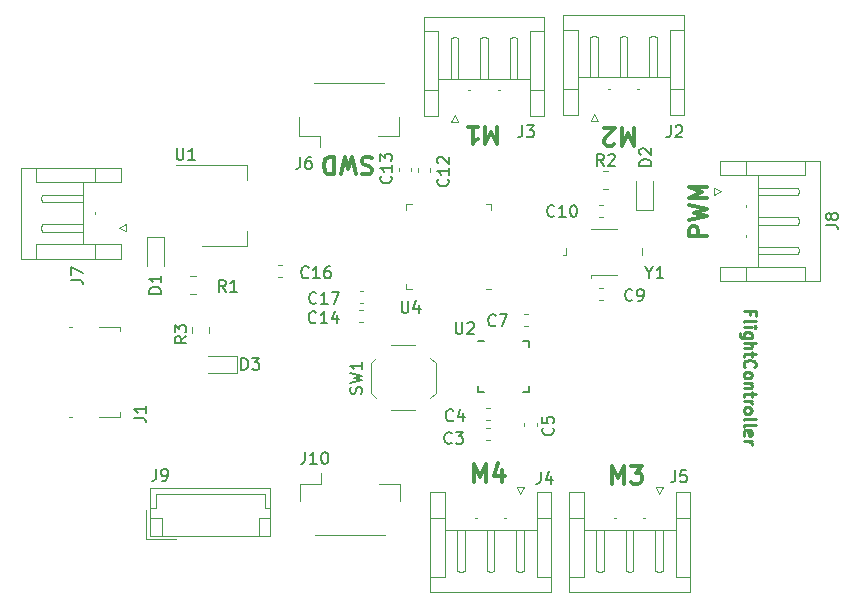
<source format=gbr>
%TF.GenerationSoftware,KiCad,Pcbnew,7.0.9*%
%TF.CreationDate,2025-06-07T20:57:36+05:30*%
%TF.ProjectId,flight_computer_rocketry,666c6967-6874-45f6-936f-6d7075746572,rev?*%
%TF.SameCoordinates,Original*%
%TF.FileFunction,Legend,Top*%
%TF.FilePolarity,Positive*%
%FSLAX46Y46*%
G04 Gerber Fmt 4.6, Leading zero omitted, Abs format (unit mm)*
G04 Created by KiCad (PCBNEW 7.0.9) date 2025-06-07 20:57:36*
%MOMM*%
%LPD*%
G01*
G04 APERTURE LIST*
%ADD10C,0.300000*%
%ADD11C,0.250000*%
%ADD12C,0.150000*%
%ADD13C,0.120000*%
G04 APERTURE END LIST*
D10*
X147374828Y-70565489D02*
X145874828Y-70565489D01*
X145874828Y-70565489D02*
X145874828Y-69994060D01*
X145874828Y-69994060D02*
X145946257Y-69851203D01*
X145946257Y-69851203D02*
X146017685Y-69779774D01*
X146017685Y-69779774D02*
X146160542Y-69708346D01*
X146160542Y-69708346D02*
X146374828Y-69708346D01*
X146374828Y-69708346D02*
X146517685Y-69779774D01*
X146517685Y-69779774D02*
X146589114Y-69851203D01*
X146589114Y-69851203D02*
X146660542Y-69994060D01*
X146660542Y-69994060D02*
X146660542Y-70565489D01*
X145874828Y-69208346D02*
X147374828Y-68851203D01*
X147374828Y-68851203D02*
X146303400Y-68565489D01*
X146303400Y-68565489D02*
X147374828Y-68279774D01*
X147374828Y-68279774D02*
X145874828Y-67922632D01*
X147374828Y-67351203D02*
X145874828Y-67351203D01*
X145874828Y-67351203D02*
X146946257Y-66851203D01*
X146946257Y-66851203D02*
X145874828Y-66351203D01*
X145874828Y-66351203D02*
X147374828Y-66351203D01*
X127681510Y-91367828D02*
X127681510Y-89867828D01*
X127681510Y-89867828D02*
X128181510Y-90939257D01*
X128181510Y-90939257D02*
X128681510Y-89867828D01*
X128681510Y-89867828D02*
X128681510Y-91367828D01*
X130038654Y-90367828D02*
X130038654Y-91367828D01*
X129681511Y-89796400D02*
X129324368Y-90867828D01*
X129324368Y-90867828D02*
X130252939Y-90867828D01*
X129620489Y-61286171D02*
X129620489Y-62786171D01*
X129620489Y-62786171D02*
X129120489Y-61714742D01*
X129120489Y-61714742D02*
X128620489Y-62786171D01*
X128620489Y-62786171D02*
X128620489Y-61286171D01*
X127120488Y-61286171D02*
X127977631Y-61286171D01*
X127549060Y-61286171D02*
X127549060Y-62786171D01*
X127549060Y-62786171D02*
X127691917Y-62571885D01*
X127691917Y-62571885D02*
X127834774Y-62429028D01*
X127834774Y-62429028D02*
X127977631Y-62357600D01*
D11*
X151027190Y-77189901D02*
X151027190Y-76856568D01*
X150503380Y-76856568D02*
X151503380Y-76856568D01*
X151503380Y-76856568D02*
X151503380Y-77332758D01*
X150503380Y-77856568D02*
X150551000Y-77761330D01*
X150551000Y-77761330D02*
X150646238Y-77713711D01*
X150646238Y-77713711D02*
X151503380Y-77713711D01*
X150503380Y-78237521D02*
X151170047Y-78237521D01*
X151503380Y-78237521D02*
X151455761Y-78189902D01*
X151455761Y-78189902D02*
X151408142Y-78237521D01*
X151408142Y-78237521D02*
X151455761Y-78285140D01*
X151455761Y-78285140D02*
X151503380Y-78237521D01*
X151503380Y-78237521D02*
X151408142Y-78237521D01*
X151170047Y-79142282D02*
X150360523Y-79142282D01*
X150360523Y-79142282D02*
X150265285Y-79094663D01*
X150265285Y-79094663D02*
X150217666Y-79047044D01*
X150217666Y-79047044D02*
X150170047Y-78951806D01*
X150170047Y-78951806D02*
X150170047Y-78808949D01*
X150170047Y-78808949D02*
X150217666Y-78713711D01*
X150551000Y-79142282D02*
X150503380Y-79047044D01*
X150503380Y-79047044D02*
X150503380Y-78856568D01*
X150503380Y-78856568D02*
X150551000Y-78761330D01*
X150551000Y-78761330D02*
X150598619Y-78713711D01*
X150598619Y-78713711D02*
X150693857Y-78666092D01*
X150693857Y-78666092D02*
X150979571Y-78666092D01*
X150979571Y-78666092D02*
X151074809Y-78713711D01*
X151074809Y-78713711D02*
X151122428Y-78761330D01*
X151122428Y-78761330D02*
X151170047Y-78856568D01*
X151170047Y-78856568D02*
X151170047Y-79047044D01*
X151170047Y-79047044D02*
X151122428Y-79142282D01*
X150503380Y-79618473D02*
X151503380Y-79618473D01*
X150503380Y-80047044D02*
X151027190Y-80047044D01*
X151027190Y-80047044D02*
X151122428Y-79999425D01*
X151122428Y-79999425D02*
X151170047Y-79904187D01*
X151170047Y-79904187D02*
X151170047Y-79761330D01*
X151170047Y-79761330D02*
X151122428Y-79666092D01*
X151122428Y-79666092D02*
X151074809Y-79618473D01*
X151170047Y-80380378D02*
X151170047Y-80761330D01*
X151503380Y-80523235D02*
X150646238Y-80523235D01*
X150646238Y-80523235D02*
X150551000Y-80570854D01*
X150551000Y-80570854D02*
X150503380Y-80666092D01*
X150503380Y-80666092D02*
X150503380Y-80761330D01*
X150598619Y-81666092D02*
X150551000Y-81618473D01*
X150551000Y-81618473D02*
X150503380Y-81475616D01*
X150503380Y-81475616D02*
X150503380Y-81380378D01*
X150503380Y-81380378D02*
X150551000Y-81237521D01*
X150551000Y-81237521D02*
X150646238Y-81142283D01*
X150646238Y-81142283D02*
X150741476Y-81094664D01*
X150741476Y-81094664D02*
X150931952Y-81047045D01*
X150931952Y-81047045D02*
X151074809Y-81047045D01*
X151074809Y-81047045D02*
X151265285Y-81094664D01*
X151265285Y-81094664D02*
X151360523Y-81142283D01*
X151360523Y-81142283D02*
X151455761Y-81237521D01*
X151455761Y-81237521D02*
X151503380Y-81380378D01*
X151503380Y-81380378D02*
X151503380Y-81475616D01*
X151503380Y-81475616D02*
X151455761Y-81618473D01*
X151455761Y-81618473D02*
X151408142Y-81666092D01*
X150503380Y-82237521D02*
X150551000Y-82142283D01*
X150551000Y-82142283D02*
X150598619Y-82094664D01*
X150598619Y-82094664D02*
X150693857Y-82047045D01*
X150693857Y-82047045D02*
X150979571Y-82047045D01*
X150979571Y-82047045D02*
X151074809Y-82094664D01*
X151074809Y-82094664D02*
X151122428Y-82142283D01*
X151122428Y-82142283D02*
X151170047Y-82237521D01*
X151170047Y-82237521D02*
X151170047Y-82380378D01*
X151170047Y-82380378D02*
X151122428Y-82475616D01*
X151122428Y-82475616D02*
X151074809Y-82523235D01*
X151074809Y-82523235D02*
X150979571Y-82570854D01*
X150979571Y-82570854D02*
X150693857Y-82570854D01*
X150693857Y-82570854D02*
X150598619Y-82523235D01*
X150598619Y-82523235D02*
X150551000Y-82475616D01*
X150551000Y-82475616D02*
X150503380Y-82380378D01*
X150503380Y-82380378D02*
X150503380Y-82237521D01*
X151170047Y-82999426D02*
X150503380Y-82999426D01*
X151074809Y-82999426D02*
X151122428Y-83047045D01*
X151122428Y-83047045D02*
X151170047Y-83142283D01*
X151170047Y-83142283D02*
X151170047Y-83285140D01*
X151170047Y-83285140D02*
X151122428Y-83380378D01*
X151122428Y-83380378D02*
X151027190Y-83427997D01*
X151027190Y-83427997D02*
X150503380Y-83427997D01*
X151170047Y-83761331D02*
X151170047Y-84142283D01*
X151503380Y-83904188D02*
X150646238Y-83904188D01*
X150646238Y-83904188D02*
X150551000Y-83951807D01*
X150551000Y-83951807D02*
X150503380Y-84047045D01*
X150503380Y-84047045D02*
X150503380Y-84142283D01*
X150503380Y-84475617D02*
X151170047Y-84475617D01*
X150979571Y-84475617D02*
X151074809Y-84523236D01*
X151074809Y-84523236D02*
X151122428Y-84570855D01*
X151122428Y-84570855D02*
X151170047Y-84666093D01*
X151170047Y-84666093D02*
X151170047Y-84761331D01*
X150503380Y-85237522D02*
X150551000Y-85142284D01*
X150551000Y-85142284D02*
X150598619Y-85094665D01*
X150598619Y-85094665D02*
X150693857Y-85047046D01*
X150693857Y-85047046D02*
X150979571Y-85047046D01*
X150979571Y-85047046D02*
X151074809Y-85094665D01*
X151074809Y-85094665D02*
X151122428Y-85142284D01*
X151122428Y-85142284D02*
X151170047Y-85237522D01*
X151170047Y-85237522D02*
X151170047Y-85380379D01*
X151170047Y-85380379D02*
X151122428Y-85475617D01*
X151122428Y-85475617D02*
X151074809Y-85523236D01*
X151074809Y-85523236D02*
X150979571Y-85570855D01*
X150979571Y-85570855D02*
X150693857Y-85570855D01*
X150693857Y-85570855D02*
X150598619Y-85523236D01*
X150598619Y-85523236D02*
X150551000Y-85475617D01*
X150551000Y-85475617D02*
X150503380Y-85380379D01*
X150503380Y-85380379D02*
X150503380Y-85237522D01*
X150503380Y-86142284D02*
X150551000Y-86047046D01*
X150551000Y-86047046D02*
X150646238Y-85999427D01*
X150646238Y-85999427D02*
X151503380Y-85999427D01*
X150503380Y-86666094D02*
X150551000Y-86570856D01*
X150551000Y-86570856D02*
X150646238Y-86523237D01*
X150646238Y-86523237D02*
X151503380Y-86523237D01*
X150551000Y-87427999D02*
X150503380Y-87332761D01*
X150503380Y-87332761D02*
X150503380Y-87142285D01*
X150503380Y-87142285D02*
X150551000Y-87047047D01*
X150551000Y-87047047D02*
X150646238Y-86999428D01*
X150646238Y-86999428D02*
X151027190Y-86999428D01*
X151027190Y-86999428D02*
X151122428Y-87047047D01*
X151122428Y-87047047D02*
X151170047Y-87142285D01*
X151170047Y-87142285D02*
X151170047Y-87332761D01*
X151170047Y-87332761D02*
X151122428Y-87427999D01*
X151122428Y-87427999D02*
X151027190Y-87475618D01*
X151027190Y-87475618D02*
X150931952Y-87475618D01*
X150931952Y-87475618D02*
X150836714Y-86999428D01*
X150503380Y-87904190D02*
X151170047Y-87904190D01*
X150979571Y-87904190D02*
X151074809Y-87951809D01*
X151074809Y-87951809D02*
X151122428Y-87999428D01*
X151122428Y-87999428D02*
X151170047Y-88094666D01*
X151170047Y-88094666D02*
X151170047Y-88189904D01*
D10*
X141177489Y-61413171D02*
X141177489Y-62913171D01*
X141177489Y-62913171D02*
X140677489Y-61841742D01*
X140677489Y-61841742D02*
X140177489Y-62913171D01*
X140177489Y-62913171D02*
X140177489Y-61413171D01*
X139534631Y-62770314D02*
X139463203Y-62841742D01*
X139463203Y-62841742D02*
X139320346Y-62913171D01*
X139320346Y-62913171D02*
X138963203Y-62913171D01*
X138963203Y-62913171D02*
X138820346Y-62841742D01*
X138820346Y-62841742D02*
X138748917Y-62770314D01*
X138748917Y-62770314D02*
X138677488Y-62627457D01*
X138677488Y-62627457D02*
X138677488Y-62484600D01*
X138677488Y-62484600D02*
X138748917Y-62270314D01*
X138748917Y-62270314D02*
X139606060Y-61413171D01*
X139606060Y-61413171D02*
X138677488Y-61413171D01*
X139365510Y-91494828D02*
X139365510Y-89994828D01*
X139365510Y-89994828D02*
X139865510Y-91066257D01*
X139865510Y-91066257D02*
X140365510Y-89994828D01*
X140365510Y-89994828D02*
X140365510Y-91494828D01*
X140936939Y-89994828D02*
X141865511Y-89994828D01*
X141865511Y-89994828D02*
X141365511Y-90566257D01*
X141365511Y-90566257D02*
X141579796Y-90566257D01*
X141579796Y-90566257D02*
X141722654Y-90637685D01*
X141722654Y-90637685D02*
X141794082Y-90709114D01*
X141794082Y-90709114D02*
X141865511Y-90851971D01*
X141865511Y-90851971D02*
X141865511Y-91209114D01*
X141865511Y-91209114D02*
X141794082Y-91351971D01*
X141794082Y-91351971D02*
X141722654Y-91423400D01*
X141722654Y-91423400D02*
X141579796Y-91494828D01*
X141579796Y-91494828D02*
X141151225Y-91494828D01*
X141151225Y-91494828D02*
X141008368Y-91423400D01*
X141008368Y-91423400D02*
X140936939Y-91351971D01*
X119023917Y-63897600D02*
X118809632Y-63826171D01*
X118809632Y-63826171D02*
X118452489Y-63826171D01*
X118452489Y-63826171D02*
X118309632Y-63897600D01*
X118309632Y-63897600D02*
X118238203Y-63969028D01*
X118238203Y-63969028D02*
X118166774Y-64111885D01*
X118166774Y-64111885D02*
X118166774Y-64254742D01*
X118166774Y-64254742D02*
X118238203Y-64397600D01*
X118238203Y-64397600D02*
X118309632Y-64469028D01*
X118309632Y-64469028D02*
X118452489Y-64540457D01*
X118452489Y-64540457D02*
X118738203Y-64611885D01*
X118738203Y-64611885D02*
X118881060Y-64683314D01*
X118881060Y-64683314D02*
X118952489Y-64754742D01*
X118952489Y-64754742D02*
X119023917Y-64897600D01*
X119023917Y-64897600D02*
X119023917Y-65040457D01*
X119023917Y-65040457D02*
X118952489Y-65183314D01*
X118952489Y-65183314D02*
X118881060Y-65254742D01*
X118881060Y-65254742D02*
X118738203Y-65326171D01*
X118738203Y-65326171D02*
X118381060Y-65326171D01*
X118381060Y-65326171D02*
X118166774Y-65254742D01*
X117666775Y-65326171D02*
X117309632Y-63826171D01*
X117309632Y-63826171D02*
X117023918Y-64897600D01*
X117023918Y-64897600D02*
X116738203Y-63826171D01*
X116738203Y-63826171D02*
X116381061Y-65326171D01*
X115809632Y-63826171D02*
X115809632Y-65326171D01*
X115809632Y-65326171D02*
X115452489Y-65326171D01*
X115452489Y-65326171D02*
X115238203Y-65254742D01*
X115238203Y-65254742D02*
X115095346Y-65111885D01*
X115095346Y-65111885D02*
X115023917Y-64969028D01*
X115023917Y-64969028D02*
X114952489Y-64683314D01*
X114952489Y-64683314D02*
X114952489Y-64469028D01*
X114952489Y-64469028D02*
X115023917Y-64183314D01*
X115023917Y-64183314D02*
X115095346Y-64040457D01*
X115095346Y-64040457D02*
X115238203Y-63897600D01*
X115238203Y-63897600D02*
X115452489Y-63826171D01*
X115452489Y-63826171D02*
X115809632Y-63826171D01*
D12*
X114292142Y-77829580D02*
X114244523Y-77877200D01*
X114244523Y-77877200D02*
X114101666Y-77924819D01*
X114101666Y-77924819D02*
X114006428Y-77924819D01*
X114006428Y-77924819D02*
X113863571Y-77877200D01*
X113863571Y-77877200D02*
X113768333Y-77781961D01*
X113768333Y-77781961D02*
X113720714Y-77686723D01*
X113720714Y-77686723D02*
X113673095Y-77496247D01*
X113673095Y-77496247D02*
X113673095Y-77353390D01*
X113673095Y-77353390D02*
X113720714Y-77162914D01*
X113720714Y-77162914D02*
X113768333Y-77067676D01*
X113768333Y-77067676D02*
X113863571Y-76972438D01*
X113863571Y-76972438D02*
X114006428Y-76924819D01*
X114006428Y-76924819D02*
X114101666Y-76924819D01*
X114101666Y-76924819D02*
X114244523Y-76972438D01*
X114244523Y-76972438D02*
X114292142Y-77020057D01*
X115244523Y-77924819D02*
X114673095Y-77924819D01*
X114958809Y-77924819D02*
X114958809Y-76924819D01*
X114958809Y-76924819D02*
X114863571Y-77067676D01*
X114863571Y-77067676D02*
X114768333Y-77162914D01*
X114768333Y-77162914D02*
X114673095Y-77210533D01*
X116101666Y-77258152D02*
X116101666Y-77924819D01*
X115863571Y-76877200D02*
X115625476Y-77591485D01*
X115625476Y-77591485D02*
X116244523Y-77591485D01*
X142678819Y-64619094D02*
X141678819Y-64619094D01*
X141678819Y-64619094D02*
X141678819Y-64380999D01*
X141678819Y-64380999D02*
X141726438Y-64238142D01*
X141726438Y-64238142D02*
X141821676Y-64142904D01*
X141821676Y-64142904D02*
X141916914Y-64095285D01*
X141916914Y-64095285D02*
X142107390Y-64047666D01*
X142107390Y-64047666D02*
X142250247Y-64047666D01*
X142250247Y-64047666D02*
X142440723Y-64095285D01*
X142440723Y-64095285D02*
X142535961Y-64142904D01*
X142535961Y-64142904D02*
X142631200Y-64238142D01*
X142631200Y-64238142D02*
X142678819Y-64380999D01*
X142678819Y-64380999D02*
X142678819Y-64619094D01*
X141774057Y-63666713D02*
X141726438Y-63619094D01*
X141726438Y-63619094D02*
X141678819Y-63523856D01*
X141678819Y-63523856D02*
X141678819Y-63285761D01*
X141678819Y-63285761D02*
X141726438Y-63190523D01*
X141726438Y-63190523D02*
X141774057Y-63142904D01*
X141774057Y-63142904D02*
X141869295Y-63095285D01*
X141869295Y-63095285D02*
X141964533Y-63095285D01*
X141964533Y-63095285D02*
X142107390Y-63142904D01*
X142107390Y-63142904D02*
X142678819Y-63714332D01*
X142678819Y-63714332D02*
X142678819Y-63095285D01*
X102489095Y-63081819D02*
X102489095Y-63891342D01*
X102489095Y-63891342D02*
X102536714Y-63986580D01*
X102536714Y-63986580D02*
X102584333Y-64034200D01*
X102584333Y-64034200D02*
X102679571Y-64081819D01*
X102679571Y-64081819D02*
X102870047Y-64081819D01*
X102870047Y-64081819D02*
X102965285Y-64034200D01*
X102965285Y-64034200D02*
X103012904Y-63986580D01*
X103012904Y-63986580D02*
X103060523Y-63891342D01*
X103060523Y-63891342D02*
X103060523Y-63081819D01*
X104060523Y-64081819D02*
X103489095Y-64081819D01*
X103774809Y-64081819D02*
X103774809Y-63081819D01*
X103774809Y-63081819D02*
X103679571Y-63224676D01*
X103679571Y-63224676D02*
X103584333Y-63319914D01*
X103584333Y-63319914D02*
X103489095Y-63367533D01*
X125454580Y-65719857D02*
X125502200Y-65767476D01*
X125502200Y-65767476D02*
X125549819Y-65910333D01*
X125549819Y-65910333D02*
X125549819Y-66005571D01*
X125549819Y-66005571D02*
X125502200Y-66148428D01*
X125502200Y-66148428D02*
X125406961Y-66243666D01*
X125406961Y-66243666D02*
X125311723Y-66291285D01*
X125311723Y-66291285D02*
X125121247Y-66338904D01*
X125121247Y-66338904D02*
X124978390Y-66338904D01*
X124978390Y-66338904D02*
X124787914Y-66291285D01*
X124787914Y-66291285D02*
X124692676Y-66243666D01*
X124692676Y-66243666D02*
X124597438Y-66148428D01*
X124597438Y-66148428D02*
X124549819Y-66005571D01*
X124549819Y-66005571D02*
X124549819Y-65910333D01*
X124549819Y-65910333D02*
X124597438Y-65767476D01*
X124597438Y-65767476D02*
X124645057Y-65719857D01*
X125549819Y-64767476D02*
X125549819Y-65338904D01*
X125549819Y-65053190D02*
X124549819Y-65053190D01*
X124549819Y-65053190D02*
X124692676Y-65148428D01*
X124692676Y-65148428D02*
X124787914Y-65243666D01*
X124787914Y-65243666D02*
X124835533Y-65338904D01*
X124645057Y-64386523D02*
X124597438Y-64338904D01*
X124597438Y-64338904D02*
X124549819Y-64243666D01*
X124549819Y-64243666D02*
X124549819Y-64005571D01*
X124549819Y-64005571D02*
X124597438Y-63910333D01*
X124597438Y-63910333D02*
X124645057Y-63862714D01*
X124645057Y-63862714D02*
X124740295Y-63815095D01*
X124740295Y-63815095D02*
X124835533Y-63815095D01*
X124835533Y-63815095D02*
X124978390Y-63862714D01*
X124978390Y-63862714D02*
X125549819Y-64434142D01*
X125549819Y-64434142D02*
X125549819Y-63815095D01*
X138644333Y-64590819D02*
X138311000Y-64114628D01*
X138072905Y-64590819D02*
X138072905Y-63590819D01*
X138072905Y-63590819D02*
X138453857Y-63590819D01*
X138453857Y-63590819D02*
X138549095Y-63638438D01*
X138549095Y-63638438D02*
X138596714Y-63686057D01*
X138596714Y-63686057D02*
X138644333Y-63781295D01*
X138644333Y-63781295D02*
X138644333Y-63924152D01*
X138644333Y-63924152D02*
X138596714Y-64019390D01*
X138596714Y-64019390D02*
X138549095Y-64067009D01*
X138549095Y-64067009D02*
X138453857Y-64114628D01*
X138453857Y-64114628D02*
X138072905Y-64114628D01*
X139025286Y-63686057D02*
X139072905Y-63638438D01*
X139072905Y-63638438D02*
X139168143Y-63590819D01*
X139168143Y-63590819D02*
X139406238Y-63590819D01*
X139406238Y-63590819D02*
X139501476Y-63638438D01*
X139501476Y-63638438D02*
X139549095Y-63686057D01*
X139549095Y-63686057D02*
X139596714Y-63781295D01*
X139596714Y-63781295D02*
X139596714Y-63876533D01*
X139596714Y-63876533D02*
X139549095Y-64019390D01*
X139549095Y-64019390D02*
X138977667Y-64590819D01*
X138977667Y-64590819D02*
X139596714Y-64590819D01*
X125778833Y-88034580D02*
X125731214Y-88082200D01*
X125731214Y-88082200D02*
X125588357Y-88129819D01*
X125588357Y-88129819D02*
X125493119Y-88129819D01*
X125493119Y-88129819D02*
X125350262Y-88082200D01*
X125350262Y-88082200D02*
X125255024Y-87986961D01*
X125255024Y-87986961D02*
X125207405Y-87891723D01*
X125207405Y-87891723D02*
X125159786Y-87701247D01*
X125159786Y-87701247D02*
X125159786Y-87558390D01*
X125159786Y-87558390D02*
X125207405Y-87367914D01*
X125207405Y-87367914D02*
X125255024Y-87272676D01*
X125255024Y-87272676D02*
X125350262Y-87177438D01*
X125350262Y-87177438D02*
X125493119Y-87129819D01*
X125493119Y-87129819D02*
X125588357Y-87129819D01*
X125588357Y-87129819D02*
X125731214Y-87177438D01*
X125731214Y-87177438D02*
X125778833Y-87225057D01*
X126112167Y-87129819D02*
X126731214Y-87129819D01*
X126731214Y-87129819D02*
X126397881Y-87510771D01*
X126397881Y-87510771D02*
X126540738Y-87510771D01*
X126540738Y-87510771D02*
X126635976Y-87558390D01*
X126635976Y-87558390D02*
X126683595Y-87606009D01*
X126683595Y-87606009D02*
X126731214Y-87701247D01*
X126731214Y-87701247D02*
X126731214Y-87939342D01*
X126731214Y-87939342D02*
X126683595Y-88034580D01*
X126683595Y-88034580D02*
X126635976Y-88082200D01*
X126635976Y-88082200D02*
X126540738Y-88129819D01*
X126540738Y-88129819D02*
X126255024Y-88129819D01*
X126255024Y-88129819D02*
X126159786Y-88082200D01*
X126159786Y-88082200D02*
X126112167Y-88034580D01*
X98895819Y-85931333D02*
X99610104Y-85931333D01*
X99610104Y-85931333D02*
X99752961Y-85978952D01*
X99752961Y-85978952D02*
X99848200Y-86074190D01*
X99848200Y-86074190D02*
X99895819Y-86217047D01*
X99895819Y-86217047D02*
X99895819Y-86312285D01*
X99895819Y-84931333D02*
X99895819Y-85502761D01*
X99895819Y-85217047D02*
X98895819Y-85217047D01*
X98895819Y-85217047D02*
X99038676Y-85312285D01*
X99038676Y-85312285D02*
X99133914Y-85407523D01*
X99133914Y-85407523D02*
X99181533Y-85502761D01*
X113363476Y-88819819D02*
X113363476Y-89534104D01*
X113363476Y-89534104D02*
X113315857Y-89676961D01*
X113315857Y-89676961D02*
X113220619Y-89772200D01*
X113220619Y-89772200D02*
X113077762Y-89819819D01*
X113077762Y-89819819D02*
X112982524Y-89819819D01*
X114363476Y-89819819D02*
X113792048Y-89819819D01*
X114077762Y-89819819D02*
X114077762Y-88819819D01*
X114077762Y-88819819D02*
X113982524Y-88962676D01*
X113982524Y-88962676D02*
X113887286Y-89057914D01*
X113887286Y-89057914D02*
X113792048Y-89105533D01*
X114982524Y-88819819D02*
X115077762Y-88819819D01*
X115077762Y-88819819D02*
X115173000Y-88867438D01*
X115173000Y-88867438D02*
X115220619Y-88915057D01*
X115220619Y-88915057D02*
X115268238Y-89010295D01*
X115268238Y-89010295D02*
X115315857Y-89200771D01*
X115315857Y-89200771D02*
X115315857Y-89438866D01*
X115315857Y-89438866D02*
X115268238Y-89629342D01*
X115268238Y-89629342D02*
X115220619Y-89724580D01*
X115220619Y-89724580D02*
X115173000Y-89772200D01*
X115173000Y-89772200D02*
X115077762Y-89819819D01*
X115077762Y-89819819D02*
X114982524Y-89819819D01*
X114982524Y-89819819D02*
X114887286Y-89772200D01*
X114887286Y-89772200D02*
X114839667Y-89724580D01*
X114839667Y-89724580D02*
X114792048Y-89629342D01*
X114792048Y-89629342D02*
X114744429Y-89438866D01*
X114744429Y-89438866D02*
X114744429Y-89200771D01*
X114744429Y-89200771D02*
X114792048Y-89010295D01*
X114792048Y-89010295D02*
X114839667Y-88915057D01*
X114839667Y-88915057D02*
X114887286Y-88867438D01*
X114887286Y-88867438D02*
X114982524Y-88819819D01*
X103324819Y-79033666D02*
X102848628Y-79366999D01*
X103324819Y-79605094D02*
X102324819Y-79605094D01*
X102324819Y-79605094D02*
X102324819Y-79224142D01*
X102324819Y-79224142D02*
X102372438Y-79128904D01*
X102372438Y-79128904D02*
X102420057Y-79081285D01*
X102420057Y-79081285D02*
X102515295Y-79033666D01*
X102515295Y-79033666D02*
X102658152Y-79033666D01*
X102658152Y-79033666D02*
X102753390Y-79081285D01*
X102753390Y-79081285D02*
X102801009Y-79128904D01*
X102801009Y-79128904D02*
X102848628Y-79224142D01*
X102848628Y-79224142D02*
X102848628Y-79605094D01*
X102324819Y-78700332D02*
X102324819Y-78081285D01*
X102324819Y-78081285D02*
X102705771Y-78414618D01*
X102705771Y-78414618D02*
X102705771Y-78271761D01*
X102705771Y-78271761D02*
X102753390Y-78176523D01*
X102753390Y-78176523D02*
X102801009Y-78128904D01*
X102801009Y-78128904D02*
X102896247Y-78081285D01*
X102896247Y-78081285D02*
X103134342Y-78081285D01*
X103134342Y-78081285D02*
X103229580Y-78128904D01*
X103229580Y-78128904D02*
X103277200Y-78176523D01*
X103277200Y-78176523D02*
X103324819Y-78271761D01*
X103324819Y-78271761D02*
X103324819Y-78557475D01*
X103324819Y-78557475D02*
X103277200Y-78652713D01*
X103277200Y-78652713D02*
X103229580Y-78700332D01*
X142509809Y-73638628D02*
X142509809Y-74114819D01*
X142176476Y-73114819D02*
X142509809Y-73638628D01*
X142509809Y-73638628D02*
X142843142Y-73114819D01*
X143700285Y-74114819D02*
X143128857Y-74114819D01*
X143414571Y-74114819D02*
X143414571Y-73114819D01*
X143414571Y-73114819D02*
X143319333Y-73257676D01*
X143319333Y-73257676D02*
X143224095Y-73352914D01*
X143224095Y-73352914D02*
X143128857Y-73400533D01*
X121539095Y-76035819D02*
X121539095Y-76845342D01*
X121539095Y-76845342D02*
X121586714Y-76940580D01*
X121586714Y-76940580D02*
X121634333Y-76988200D01*
X121634333Y-76988200D02*
X121729571Y-77035819D01*
X121729571Y-77035819D02*
X121920047Y-77035819D01*
X121920047Y-77035819D02*
X122015285Y-76988200D01*
X122015285Y-76988200D02*
X122062904Y-76940580D01*
X122062904Y-76940580D02*
X122110523Y-76845342D01*
X122110523Y-76845342D02*
X122110523Y-76035819D01*
X123015285Y-76369152D02*
X123015285Y-77035819D01*
X122777190Y-75988200D02*
X122539095Y-76702485D01*
X122539095Y-76702485D02*
X123158142Y-76702485D01*
X134344580Y-86780666D02*
X134392200Y-86828285D01*
X134392200Y-86828285D02*
X134439819Y-86971142D01*
X134439819Y-86971142D02*
X134439819Y-87066380D01*
X134439819Y-87066380D02*
X134392200Y-87209237D01*
X134392200Y-87209237D02*
X134296961Y-87304475D01*
X134296961Y-87304475D02*
X134201723Y-87352094D01*
X134201723Y-87352094D02*
X134011247Y-87399713D01*
X134011247Y-87399713D02*
X133868390Y-87399713D01*
X133868390Y-87399713D02*
X133677914Y-87352094D01*
X133677914Y-87352094D02*
X133582676Y-87304475D01*
X133582676Y-87304475D02*
X133487438Y-87209237D01*
X133487438Y-87209237D02*
X133439819Y-87066380D01*
X133439819Y-87066380D02*
X133439819Y-86971142D01*
X133439819Y-86971142D02*
X133487438Y-86828285D01*
X133487438Y-86828285D02*
X133535057Y-86780666D01*
X133439819Y-85875904D02*
X133439819Y-86352094D01*
X133439819Y-86352094D02*
X133916009Y-86399713D01*
X133916009Y-86399713D02*
X133868390Y-86352094D01*
X133868390Y-86352094D02*
X133820771Y-86256856D01*
X133820771Y-86256856D02*
X133820771Y-86018761D01*
X133820771Y-86018761D02*
X133868390Y-85923523D01*
X133868390Y-85923523D02*
X133916009Y-85875904D01*
X133916009Y-85875904D02*
X134011247Y-85828285D01*
X134011247Y-85828285D02*
X134249342Y-85828285D01*
X134249342Y-85828285D02*
X134344580Y-85875904D01*
X134344580Y-85875904D02*
X134392200Y-85923523D01*
X134392200Y-85923523D02*
X134439819Y-86018761D01*
X134439819Y-86018761D02*
X134439819Y-86256856D01*
X134439819Y-86256856D02*
X134392200Y-86352094D01*
X134392200Y-86352094D02*
X134344580Y-86399713D01*
X134469142Y-68812580D02*
X134421523Y-68860200D01*
X134421523Y-68860200D02*
X134278666Y-68907819D01*
X134278666Y-68907819D02*
X134183428Y-68907819D01*
X134183428Y-68907819D02*
X134040571Y-68860200D01*
X134040571Y-68860200D02*
X133945333Y-68764961D01*
X133945333Y-68764961D02*
X133897714Y-68669723D01*
X133897714Y-68669723D02*
X133850095Y-68479247D01*
X133850095Y-68479247D02*
X133850095Y-68336390D01*
X133850095Y-68336390D02*
X133897714Y-68145914D01*
X133897714Y-68145914D02*
X133945333Y-68050676D01*
X133945333Y-68050676D02*
X134040571Y-67955438D01*
X134040571Y-67955438D02*
X134183428Y-67907819D01*
X134183428Y-67907819D02*
X134278666Y-67907819D01*
X134278666Y-67907819D02*
X134421523Y-67955438D01*
X134421523Y-67955438D02*
X134469142Y-68003057D01*
X135421523Y-68907819D02*
X134850095Y-68907819D01*
X135135809Y-68907819D02*
X135135809Y-67907819D01*
X135135809Y-67907819D02*
X135040571Y-68050676D01*
X135040571Y-68050676D02*
X134945333Y-68145914D01*
X134945333Y-68145914D02*
X134850095Y-68193533D01*
X136040571Y-67907819D02*
X136135809Y-67907819D01*
X136135809Y-67907819D02*
X136231047Y-67955438D01*
X136231047Y-67955438D02*
X136278666Y-68003057D01*
X136278666Y-68003057D02*
X136326285Y-68098295D01*
X136326285Y-68098295D02*
X136373904Y-68288771D01*
X136373904Y-68288771D02*
X136373904Y-68526866D01*
X136373904Y-68526866D02*
X136326285Y-68717342D01*
X136326285Y-68717342D02*
X136278666Y-68812580D01*
X136278666Y-68812580D02*
X136231047Y-68860200D01*
X136231047Y-68860200D02*
X136135809Y-68907819D01*
X136135809Y-68907819D02*
X136040571Y-68907819D01*
X136040571Y-68907819D02*
X135945333Y-68860200D01*
X135945333Y-68860200D02*
X135897714Y-68812580D01*
X135897714Y-68812580D02*
X135850095Y-68717342D01*
X135850095Y-68717342D02*
X135802476Y-68526866D01*
X135802476Y-68526866D02*
X135802476Y-68288771D01*
X135802476Y-68288771D02*
X135850095Y-68098295D01*
X135850095Y-68098295D02*
X135897714Y-68003057D01*
X135897714Y-68003057D02*
X135945333Y-67955438D01*
X135945333Y-67955438D02*
X136040571Y-67907819D01*
X125905833Y-86129580D02*
X125858214Y-86177200D01*
X125858214Y-86177200D02*
X125715357Y-86224819D01*
X125715357Y-86224819D02*
X125620119Y-86224819D01*
X125620119Y-86224819D02*
X125477262Y-86177200D01*
X125477262Y-86177200D02*
X125382024Y-86081961D01*
X125382024Y-86081961D02*
X125334405Y-85986723D01*
X125334405Y-85986723D02*
X125286786Y-85796247D01*
X125286786Y-85796247D02*
X125286786Y-85653390D01*
X125286786Y-85653390D02*
X125334405Y-85462914D01*
X125334405Y-85462914D02*
X125382024Y-85367676D01*
X125382024Y-85367676D02*
X125477262Y-85272438D01*
X125477262Y-85272438D02*
X125620119Y-85224819D01*
X125620119Y-85224819D02*
X125715357Y-85224819D01*
X125715357Y-85224819D02*
X125858214Y-85272438D01*
X125858214Y-85272438D02*
X125905833Y-85320057D01*
X126762976Y-85558152D02*
X126762976Y-86224819D01*
X126524881Y-85177200D02*
X126286786Y-85891485D01*
X126286786Y-85891485D02*
X126905833Y-85891485D01*
X112950666Y-63843819D02*
X112950666Y-64558104D01*
X112950666Y-64558104D02*
X112903047Y-64700961D01*
X112903047Y-64700961D02*
X112807809Y-64796200D01*
X112807809Y-64796200D02*
X112664952Y-64843819D01*
X112664952Y-64843819D02*
X112569714Y-64843819D01*
X113855428Y-63843819D02*
X113664952Y-63843819D01*
X113664952Y-63843819D02*
X113569714Y-63891438D01*
X113569714Y-63891438D02*
X113522095Y-63939057D01*
X113522095Y-63939057D02*
X113426857Y-64081914D01*
X113426857Y-64081914D02*
X113379238Y-64272390D01*
X113379238Y-64272390D02*
X113379238Y-64653342D01*
X113379238Y-64653342D02*
X113426857Y-64748580D01*
X113426857Y-64748580D02*
X113474476Y-64796200D01*
X113474476Y-64796200D02*
X113569714Y-64843819D01*
X113569714Y-64843819D02*
X113760190Y-64843819D01*
X113760190Y-64843819D02*
X113855428Y-64796200D01*
X113855428Y-64796200D02*
X113903047Y-64748580D01*
X113903047Y-64748580D02*
X113950666Y-64653342D01*
X113950666Y-64653342D02*
X113950666Y-64415247D01*
X113950666Y-64415247D02*
X113903047Y-64320009D01*
X113903047Y-64320009D02*
X113855428Y-64272390D01*
X113855428Y-64272390D02*
X113760190Y-64224771D01*
X113760190Y-64224771D02*
X113569714Y-64224771D01*
X113569714Y-64224771D02*
X113474476Y-64272390D01*
X113474476Y-64272390D02*
X113426857Y-64320009D01*
X113426857Y-64320009D02*
X113379238Y-64415247D01*
X114318642Y-76178580D02*
X114271023Y-76226200D01*
X114271023Y-76226200D02*
X114128166Y-76273819D01*
X114128166Y-76273819D02*
X114032928Y-76273819D01*
X114032928Y-76273819D02*
X113890071Y-76226200D01*
X113890071Y-76226200D02*
X113794833Y-76130961D01*
X113794833Y-76130961D02*
X113747214Y-76035723D01*
X113747214Y-76035723D02*
X113699595Y-75845247D01*
X113699595Y-75845247D02*
X113699595Y-75702390D01*
X113699595Y-75702390D02*
X113747214Y-75511914D01*
X113747214Y-75511914D02*
X113794833Y-75416676D01*
X113794833Y-75416676D02*
X113890071Y-75321438D01*
X113890071Y-75321438D02*
X114032928Y-75273819D01*
X114032928Y-75273819D02*
X114128166Y-75273819D01*
X114128166Y-75273819D02*
X114271023Y-75321438D01*
X114271023Y-75321438D02*
X114318642Y-75369057D01*
X115271023Y-76273819D02*
X114699595Y-76273819D01*
X114985309Y-76273819D02*
X114985309Y-75273819D01*
X114985309Y-75273819D02*
X114890071Y-75416676D01*
X114890071Y-75416676D02*
X114794833Y-75511914D01*
X114794833Y-75511914D02*
X114699595Y-75559533D01*
X115604357Y-75273819D02*
X116271023Y-75273819D01*
X116271023Y-75273819D02*
X115842452Y-76273819D01*
X141067833Y-75924580D02*
X141020214Y-75972200D01*
X141020214Y-75972200D02*
X140877357Y-76019819D01*
X140877357Y-76019819D02*
X140782119Y-76019819D01*
X140782119Y-76019819D02*
X140639262Y-75972200D01*
X140639262Y-75972200D02*
X140544024Y-75876961D01*
X140544024Y-75876961D02*
X140496405Y-75781723D01*
X140496405Y-75781723D02*
X140448786Y-75591247D01*
X140448786Y-75591247D02*
X140448786Y-75448390D01*
X140448786Y-75448390D02*
X140496405Y-75257914D01*
X140496405Y-75257914D02*
X140544024Y-75162676D01*
X140544024Y-75162676D02*
X140639262Y-75067438D01*
X140639262Y-75067438D02*
X140782119Y-75019819D01*
X140782119Y-75019819D02*
X140877357Y-75019819D01*
X140877357Y-75019819D02*
X141020214Y-75067438D01*
X141020214Y-75067438D02*
X141067833Y-75115057D01*
X141544024Y-76019819D02*
X141734500Y-76019819D01*
X141734500Y-76019819D02*
X141829738Y-75972200D01*
X141829738Y-75972200D02*
X141877357Y-75924580D01*
X141877357Y-75924580D02*
X141972595Y-75781723D01*
X141972595Y-75781723D02*
X142020214Y-75591247D01*
X142020214Y-75591247D02*
X142020214Y-75210295D01*
X142020214Y-75210295D02*
X141972595Y-75115057D01*
X141972595Y-75115057D02*
X141924976Y-75067438D01*
X141924976Y-75067438D02*
X141829738Y-75019819D01*
X141829738Y-75019819D02*
X141639262Y-75019819D01*
X141639262Y-75019819D02*
X141544024Y-75067438D01*
X141544024Y-75067438D02*
X141496405Y-75115057D01*
X141496405Y-75115057D02*
X141448786Y-75210295D01*
X141448786Y-75210295D02*
X141448786Y-75448390D01*
X141448786Y-75448390D02*
X141496405Y-75543628D01*
X141496405Y-75543628D02*
X141544024Y-75591247D01*
X141544024Y-75591247D02*
X141639262Y-75638866D01*
X141639262Y-75638866D02*
X141829738Y-75638866D01*
X141829738Y-75638866D02*
X141924976Y-75591247D01*
X141924976Y-75591247D02*
X141972595Y-75543628D01*
X141972595Y-75543628D02*
X142020214Y-75448390D01*
X118136200Y-83883332D02*
X118183819Y-83740475D01*
X118183819Y-83740475D02*
X118183819Y-83502380D01*
X118183819Y-83502380D02*
X118136200Y-83407142D01*
X118136200Y-83407142D02*
X118088580Y-83359523D01*
X118088580Y-83359523D02*
X117993342Y-83311904D01*
X117993342Y-83311904D02*
X117898104Y-83311904D01*
X117898104Y-83311904D02*
X117802866Y-83359523D01*
X117802866Y-83359523D02*
X117755247Y-83407142D01*
X117755247Y-83407142D02*
X117707628Y-83502380D01*
X117707628Y-83502380D02*
X117660009Y-83692856D01*
X117660009Y-83692856D02*
X117612390Y-83788094D01*
X117612390Y-83788094D02*
X117564771Y-83835713D01*
X117564771Y-83835713D02*
X117469533Y-83883332D01*
X117469533Y-83883332D02*
X117374295Y-83883332D01*
X117374295Y-83883332D02*
X117279057Y-83835713D01*
X117279057Y-83835713D02*
X117231438Y-83788094D01*
X117231438Y-83788094D02*
X117183819Y-83692856D01*
X117183819Y-83692856D02*
X117183819Y-83454761D01*
X117183819Y-83454761D02*
X117231438Y-83311904D01*
X117183819Y-82978570D02*
X118183819Y-82740475D01*
X118183819Y-82740475D02*
X117469533Y-82549999D01*
X117469533Y-82549999D02*
X118183819Y-82359523D01*
X118183819Y-82359523D02*
X117183819Y-82121428D01*
X118183819Y-81216666D02*
X118183819Y-81788094D01*
X118183819Y-81502380D02*
X117183819Y-81502380D01*
X117183819Y-81502380D02*
X117326676Y-81597618D01*
X117326676Y-81597618D02*
X117421914Y-81692856D01*
X117421914Y-81692856D02*
X117469533Y-81788094D01*
X131746666Y-61169319D02*
X131746666Y-61883604D01*
X131746666Y-61883604D02*
X131699047Y-62026461D01*
X131699047Y-62026461D02*
X131603809Y-62121700D01*
X131603809Y-62121700D02*
X131460952Y-62169319D01*
X131460952Y-62169319D02*
X131365714Y-62169319D01*
X132127619Y-61169319D02*
X132746666Y-61169319D01*
X132746666Y-61169319D02*
X132413333Y-61550271D01*
X132413333Y-61550271D02*
X132556190Y-61550271D01*
X132556190Y-61550271D02*
X132651428Y-61597890D01*
X132651428Y-61597890D02*
X132699047Y-61645509D01*
X132699047Y-61645509D02*
X132746666Y-61740747D01*
X132746666Y-61740747D02*
X132746666Y-61978842D01*
X132746666Y-61978842D02*
X132699047Y-62074080D01*
X132699047Y-62074080D02*
X132651428Y-62121700D01*
X132651428Y-62121700D02*
X132556190Y-62169319D01*
X132556190Y-62169319D02*
X132270476Y-62169319D01*
X132270476Y-62169319D02*
X132175238Y-62121700D01*
X132175238Y-62121700D02*
X132127619Y-62074080D01*
X157468819Y-69588333D02*
X158183104Y-69588333D01*
X158183104Y-69588333D02*
X158325961Y-69635952D01*
X158325961Y-69635952D02*
X158421200Y-69731190D01*
X158421200Y-69731190D02*
X158468819Y-69874047D01*
X158468819Y-69874047D02*
X158468819Y-69969285D01*
X157897390Y-68969285D02*
X157849771Y-69064523D01*
X157849771Y-69064523D02*
X157802152Y-69112142D01*
X157802152Y-69112142D02*
X157706914Y-69159761D01*
X157706914Y-69159761D02*
X157659295Y-69159761D01*
X157659295Y-69159761D02*
X157564057Y-69112142D01*
X157564057Y-69112142D02*
X157516438Y-69064523D01*
X157516438Y-69064523D02*
X157468819Y-68969285D01*
X157468819Y-68969285D02*
X157468819Y-68778809D01*
X157468819Y-68778809D02*
X157516438Y-68683571D01*
X157516438Y-68683571D02*
X157564057Y-68635952D01*
X157564057Y-68635952D02*
X157659295Y-68588333D01*
X157659295Y-68588333D02*
X157706914Y-68588333D01*
X157706914Y-68588333D02*
X157802152Y-68635952D01*
X157802152Y-68635952D02*
X157849771Y-68683571D01*
X157849771Y-68683571D02*
X157897390Y-68778809D01*
X157897390Y-68778809D02*
X157897390Y-68969285D01*
X157897390Y-68969285D02*
X157945009Y-69064523D01*
X157945009Y-69064523D02*
X157992628Y-69112142D01*
X157992628Y-69112142D02*
X158087866Y-69159761D01*
X158087866Y-69159761D02*
X158278342Y-69159761D01*
X158278342Y-69159761D02*
X158373580Y-69112142D01*
X158373580Y-69112142D02*
X158421200Y-69064523D01*
X158421200Y-69064523D02*
X158468819Y-68969285D01*
X158468819Y-68969285D02*
X158468819Y-68778809D01*
X158468819Y-68778809D02*
X158421200Y-68683571D01*
X158421200Y-68683571D02*
X158373580Y-68635952D01*
X158373580Y-68635952D02*
X158278342Y-68588333D01*
X158278342Y-68588333D02*
X158087866Y-68588333D01*
X158087866Y-68588333D02*
X157992628Y-68635952D01*
X157992628Y-68635952D02*
X157945009Y-68683571D01*
X157945009Y-68683571D02*
X157897390Y-68778809D01*
X100758666Y-90259819D02*
X100758666Y-90974104D01*
X100758666Y-90974104D02*
X100711047Y-91116961D01*
X100711047Y-91116961D02*
X100615809Y-91212200D01*
X100615809Y-91212200D02*
X100472952Y-91259819D01*
X100472952Y-91259819D02*
X100377714Y-91259819D01*
X101282476Y-91259819D02*
X101472952Y-91259819D01*
X101472952Y-91259819D02*
X101568190Y-91212200D01*
X101568190Y-91212200D02*
X101615809Y-91164580D01*
X101615809Y-91164580D02*
X101711047Y-91021723D01*
X101711047Y-91021723D02*
X101758666Y-90831247D01*
X101758666Y-90831247D02*
X101758666Y-90450295D01*
X101758666Y-90450295D02*
X101711047Y-90355057D01*
X101711047Y-90355057D02*
X101663428Y-90307438D01*
X101663428Y-90307438D02*
X101568190Y-90259819D01*
X101568190Y-90259819D02*
X101377714Y-90259819D01*
X101377714Y-90259819D02*
X101282476Y-90307438D01*
X101282476Y-90307438D02*
X101234857Y-90355057D01*
X101234857Y-90355057D02*
X101187238Y-90450295D01*
X101187238Y-90450295D02*
X101187238Y-90688390D01*
X101187238Y-90688390D02*
X101234857Y-90783628D01*
X101234857Y-90783628D02*
X101282476Y-90831247D01*
X101282476Y-90831247D02*
X101377714Y-90878866D01*
X101377714Y-90878866D02*
X101568190Y-90878866D01*
X101568190Y-90878866D02*
X101663428Y-90831247D01*
X101663428Y-90831247D02*
X101711047Y-90783628D01*
X101711047Y-90783628D02*
X101758666Y-90688390D01*
X93561819Y-74247333D02*
X94276104Y-74247333D01*
X94276104Y-74247333D02*
X94418961Y-74294952D01*
X94418961Y-74294952D02*
X94514200Y-74390190D01*
X94514200Y-74390190D02*
X94561819Y-74533047D01*
X94561819Y-74533047D02*
X94561819Y-74628285D01*
X93561819Y-73866380D02*
X93561819Y-73199714D01*
X93561819Y-73199714D02*
X94561819Y-73628285D01*
X101165819Y-75414094D02*
X100165819Y-75414094D01*
X100165819Y-75414094D02*
X100165819Y-75175999D01*
X100165819Y-75175999D02*
X100213438Y-75033142D01*
X100213438Y-75033142D02*
X100308676Y-74937904D01*
X100308676Y-74937904D02*
X100403914Y-74890285D01*
X100403914Y-74890285D02*
X100594390Y-74842666D01*
X100594390Y-74842666D02*
X100737247Y-74842666D01*
X100737247Y-74842666D02*
X100927723Y-74890285D01*
X100927723Y-74890285D02*
X101022961Y-74937904D01*
X101022961Y-74937904D02*
X101118200Y-75033142D01*
X101118200Y-75033142D02*
X101165819Y-75175999D01*
X101165819Y-75175999D02*
X101165819Y-75414094D01*
X101165819Y-73890285D02*
X101165819Y-74461713D01*
X101165819Y-74175999D02*
X100165819Y-74175999D01*
X100165819Y-74175999D02*
X100308676Y-74271237D01*
X100308676Y-74271237D02*
X100403914Y-74366475D01*
X100403914Y-74366475D02*
X100451533Y-74461713D01*
X126111095Y-77813819D02*
X126111095Y-78623342D01*
X126111095Y-78623342D02*
X126158714Y-78718580D01*
X126158714Y-78718580D02*
X126206333Y-78766200D01*
X126206333Y-78766200D02*
X126301571Y-78813819D01*
X126301571Y-78813819D02*
X126492047Y-78813819D01*
X126492047Y-78813819D02*
X126587285Y-78766200D01*
X126587285Y-78766200D02*
X126634904Y-78718580D01*
X126634904Y-78718580D02*
X126682523Y-78623342D01*
X126682523Y-78623342D02*
X126682523Y-77813819D01*
X127111095Y-77909057D02*
X127158714Y-77861438D01*
X127158714Y-77861438D02*
X127253952Y-77813819D01*
X127253952Y-77813819D02*
X127492047Y-77813819D01*
X127492047Y-77813819D02*
X127587285Y-77861438D01*
X127587285Y-77861438D02*
X127634904Y-77909057D01*
X127634904Y-77909057D02*
X127682523Y-78004295D01*
X127682523Y-78004295D02*
X127682523Y-78099533D01*
X127682523Y-78099533D02*
X127634904Y-78242390D01*
X127634904Y-78242390D02*
X127063476Y-78813819D01*
X127063476Y-78813819D02*
X127682523Y-78813819D01*
X133310666Y-90506319D02*
X133310666Y-91220604D01*
X133310666Y-91220604D02*
X133263047Y-91363461D01*
X133263047Y-91363461D02*
X133167809Y-91458700D01*
X133167809Y-91458700D02*
X133024952Y-91506319D01*
X133024952Y-91506319D02*
X132929714Y-91506319D01*
X134215428Y-90839652D02*
X134215428Y-91506319D01*
X133977333Y-90458700D02*
X133739238Y-91172985D01*
X133739238Y-91172985D02*
X134358285Y-91172985D01*
X144700666Y-90379319D02*
X144700666Y-91093604D01*
X144700666Y-91093604D02*
X144653047Y-91236461D01*
X144653047Y-91236461D02*
X144557809Y-91331700D01*
X144557809Y-91331700D02*
X144414952Y-91379319D01*
X144414952Y-91379319D02*
X144319714Y-91379319D01*
X145653047Y-90379319D02*
X145176857Y-90379319D01*
X145176857Y-90379319D02*
X145129238Y-90855509D01*
X145129238Y-90855509D02*
X145176857Y-90807890D01*
X145176857Y-90807890D02*
X145272095Y-90760271D01*
X145272095Y-90760271D02*
X145510190Y-90760271D01*
X145510190Y-90760271D02*
X145605428Y-90807890D01*
X145605428Y-90807890D02*
X145653047Y-90855509D01*
X145653047Y-90855509D02*
X145700666Y-90950747D01*
X145700666Y-90950747D02*
X145700666Y-91188842D01*
X145700666Y-91188842D02*
X145653047Y-91284080D01*
X145653047Y-91284080D02*
X145605428Y-91331700D01*
X145605428Y-91331700D02*
X145510190Y-91379319D01*
X145510190Y-91379319D02*
X145272095Y-91379319D01*
X145272095Y-91379319D02*
X145176857Y-91331700D01*
X145176857Y-91331700D02*
X145129238Y-91284080D01*
X113657142Y-74019580D02*
X113609523Y-74067200D01*
X113609523Y-74067200D02*
X113466666Y-74114819D01*
X113466666Y-74114819D02*
X113371428Y-74114819D01*
X113371428Y-74114819D02*
X113228571Y-74067200D01*
X113228571Y-74067200D02*
X113133333Y-73971961D01*
X113133333Y-73971961D02*
X113085714Y-73876723D01*
X113085714Y-73876723D02*
X113038095Y-73686247D01*
X113038095Y-73686247D02*
X113038095Y-73543390D01*
X113038095Y-73543390D02*
X113085714Y-73352914D01*
X113085714Y-73352914D02*
X113133333Y-73257676D01*
X113133333Y-73257676D02*
X113228571Y-73162438D01*
X113228571Y-73162438D02*
X113371428Y-73114819D01*
X113371428Y-73114819D02*
X113466666Y-73114819D01*
X113466666Y-73114819D02*
X113609523Y-73162438D01*
X113609523Y-73162438D02*
X113657142Y-73210057D01*
X114609523Y-74114819D02*
X114038095Y-74114819D01*
X114323809Y-74114819D02*
X114323809Y-73114819D01*
X114323809Y-73114819D02*
X114228571Y-73257676D01*
X114228571Y-73257676D02*
X114133333Y-73352914D01*
X114133333Y-73352914D02*
X114038095Y-73400533D01*
X115466666Y-73114819D02*
X115276190Y-73114819D01*
X115276190Y-73114819D02*
X115180952Y-73162438D01*
X115180952Y-73162438D02*
X115133333Y-73210057D01*
X115133333Y-73210057D02*
X115038095Y-73352914D01*
X115038095Y-73352914D02*
X114990476Y-73543390D01*
X114990476Y-73543390D02*
X114990476Y-73924342D01*
X114990476Y-73924342D02*
X115038095Y-74019580D01*
X115038095Y-74019580D02*
X115085714Y-74067200D01*
X115085714Y-74067200D02*
X115180952Y-74114819D01*
X115180952Y-74114819D02*
X115371428Y-74114819D01*
X115371428Y-74114819D02*
X115466666Y-74067200D01*
X115466666Y-74067200D02*
X115514285Y-74019580D01*
X115514285Y-74019580D02*
X115561904Y-73924342D01*
X115561904Y-73924342D02*
X115561904Y-73686247D01*
X115561904Y-73686247D02*
X115514285Y-73591009D01*
X115514285Y-73591009D02*
X115466666Y-73543390D01*
X115466666Y-73543390D02*
X115371428Y-73495771D01*
X115371428Y-73495771D02*
X115180952Y-73495771D01*
X115180952Y-73495771D02*
X115085714Y-73543390D01*
X115085714Y-73543390D02*
X115038095Y-73591009D01*
X115038095Y-73591009D02*
X114990476Y-73686247D01*
X129500333Y-78083580D02*
X129452714Y-78131200D01*
X129452714Y-78131200D02*
X129309857Y-78178819D01*
X129309857Y-78178819D02*
X129214619Y-78178819D01*
X129214619Y-78178819D02*
X129071762Y-78131200D01*
X129071762Y-78131200D02*
X128976524Y-78035961D01*
X128976524Y-78035961D02*
X128928905Y-77940723D01*
X128928905Y-77940723D02*
X128881286Y-77750247D01*
X128881286Y-77750247D02*
X128881286Y-77607390D01*
X128881286Y-77607390D02*
X128928905Y-77416914D01*
X128928905Y-77416914D02*
X128976524Y-77321676D01*
X128976524Y-77321676D02*
X129071762Y-77226438D01*
X129071762Y-77226438D02*
X129214619Y-77178819D01*
X129214619Y-77178819D02*
X129309857Y-77178819D01*
X129309857Y-77178819D02*
X129452714Y-77226438D01*
X129452714Y-77226438D02*
X129500333Y-77274057D01*
X129833667Y-77178819D02*
X130500333Y-77178819D01*
X130500333Y-77178819D02*
X130071762Y-78178819D01*
X144319666Y-61176819D02*
X144319666Y-61891104D01*
X144319666Y-61891104D02*
X144272047Y-62033961D01*
X144272047Y-62033961D02*
X144176809Y-62129200D01*
X144176809Y-62129200D02*
X144033952Y-62176819D01*
X144033952Y-62176819D02*
X143938714Y-62176819D01*
X144748238Y-61272057D02*
X144795857Y-61224438D01*
X144795857Y-61224438D02*
X144891095Y-61176819D01*
X144891095Y-61176819D02*
X145129190Y-61176819D01*
X145129190Y-61176819D02*
X145224428Y-61224438D01*
X145224428Y-61224438D02*
X145272047Y-61272057D01*
X145272047Y-61272057D02*
X145319666Y-61367295D01*
X145319666Y-61367295D02*
X145319666Y-61462533D01*
X145319666Y-61462533D02*
X145272047Y-61605390D01*
X145272047Y-61605390D02*
X144700619Y-62176819D01*
X144700619Y-62176819D02*
X145319666Y-62176819D01*
X106640333Y-75257819D02*
X106307000Y-74781628D01*
X106068905Y-75257819D02*
X106068905Y-74257819D01*
X106068905Y-74257819D02*
X106449857Y-74257819D01*
X106449857Y-74257819D02*
X106545095Y-74305438D01*
X106545095Y-74305438D02*
X106592714Y-74353057D01*
X106592714Y-74353057D02*
X106640333Y-74448295D01*
X106640333Y-74448295D02*
X106640333Y-74591152D01*
X106640333Y-74591152D02*
X106592714Y-74686390D01*
X106592714Y-74686390D02*
X106545095Y-74734009D01*
X106545095Y-74734009D02*
X106449857Y-74781628D01*
X106449857Y-74781628D02*
X106068905Y-74781628D01*
X107592714Y-75257819D02*
X107021286Y-75257819D01*
X107307000Y-75257819D02*
X107307000Y-74257819D01*
X107307000Y-74257819D02*
X107211762Y-74400676D01*
X107211762Y-74400676D02*
X107116524Y-74495914D01*
X107116524Y-74495914D02*
X107021286Y-74543533D01*
X120628580Y-65465857D02*
X120676200Y-65513476D01*
X120676200Y-65513476D02*
X120723819Y-65656333D01*
X120723819Y-65656333D02*
X120723819Y-65751571D01*
X120723819Y-65751571D02*
X120676200Y-65894428D01*
X120676200Y-65894428D02*
X120580961Y-65989666D01*
X120580961Y-65989666D02*
X120485723Y-66037285D01*
X120485723Y-66037285D02*
X120295247Y-66084904D01*
X120295247Y-66084904D02*
X120152390Y-66084904D01*
X120152390Y-66084904D02*
X119961914Y-66037285D01*
X119961914Y-66037285D02*
X119866676Y-65989666D01*
X119866676Y-65989666D02*
X119771438Y-65894428D01*
X119771438Y-65894428D02*
X119723819Y-65751571D01*
X119723819Y-65751571D02*
X119723819Y-65656333D01*
X119723819Y-65656333D02*
X119771438Y-65513476D01*
X119771438Y-65513476D02*
X119819057Y-65465857D01*
X120723819Y-64513476D02*
X120723819Y-65084904D01*
X120723819Y-64799190D02*
X119723819Y-64799190D01*
X119723819Y-64799190D02*
X119866676Y-64894428D01*
X119866676Y-64894428D02*
X119961914Y-64989666D01*
X119961914Y-64989666D02*
X120009533Y-65084904D01*
X119723819Y-64180142D02*
X119723819Y-63561095D01*
X119723819Y-63561095D02*
X120104771Y-63894428D01*
X120104771Y-63894428D02*
X120104771Y-63751571D01*
X120104771Y-63751571D02*
X120152390Y-63656333D01*
X120152390Y-63656333D02*
X120200009Y-63608714D01*
X120200009Y-63608714D02*
X120295247Y-63561095D01*
X120295247Y-63561095D02*
X120533342Y-63561095D01*
X120533342Y-63561095D02*
X120628580Y-63608714D01*
X120628580Y-63608714D02*
X120676200Y-63656333D01*
X120676200Y-63656333D02*
X120723819Y-63751571D01*
X120723819Y-63751571D02*
X120723819Y-64037285D01*
X120723819Y-64037285D02*
X120676200Y-64132523D01*
X120676200Y-64132523D02*
X120628580Y-64180142D01*
X107973905Y-81861819D02*
X107973905Y-80861819D01*
X107973905Y-80861819D02*
X108212000Y-80861819D01*
X108212000Y-80861819D02*
X108354857Y-80909438D01*
X108354857Y-80909438D02*
X108450095Y-81004676D01*
X108450095Y-81004676D02*
X108497714Y-81099914D01*
X108497714Y-81099914D02*
X108545333Y-81290390D01*
X108545333Y-81290390D02*
X108545333Y-81433247D01*
X108545333Y-81433247D02*
X108497714Y-81623723D01*
X108497714Y-81623723D02*
X108450095Y-81718961D01*
X108450095Y-81718961D02*
X108354857Y-81814200D01*
X108354857Y-81814200D02*
X108212000Y-81861819D01*
X108212000Y-81861819D02*
X107973905Y-81861819D01*
X108878667Y-80861819D02*
X109497714Y-80861819D01*
X109497714Y-80861819D02*
X109164381Y-81242771D01*
X109164381Y-81242771D02*
X109307238Y-81242771D01*
X109307238Y-81242771D02*
X109402476Y-81290390D01*
X109402476Y-81290390D02*
X109450095Y-81338009D01*
X109450095Y-81338009D02*
X109497714Y-81433247D01*
X109497714Y-81433247D02*
X109497714Y-81671342D01*
X109497714Y-81671342D02*
X109450095Y-81766580D01*
X109450095Y-81766580D02*
X109402476Y-81814200D01*
X109402476Y-81814200D02*
X109307238Y-81861819D01*
X109307238Y-81861819D02*
X109021524Y-81861819D01*
X109021524Y-81861819D02*
X108926286Y-81814200D01*
X108926286Y-81814200D02*
X108878667Y-81766580D01*
D13*
%TO.C,C14*%
X117963733Y-76833000D02*
X118256267Y-76833000D01*
X117963733Y-77853000D02*
X118256267Y-77853000D01*
%TO.C,D2*%
X141378000Y-68321000D02*
X142848000Y-68321000D01*
X142848000Y-68321000D02*
X142848000Y-65861000D01*
X141378000Y-65861000D02*
X141378000Y-68321000D01*
%TO.C,U1*%
X102428000Y-64535000D02*
X108438000Y-64535000D01*
X104678000Y-71355000D02*
X108438000Y-71355000D01*
X108438000Y-64535000D02*
X108438000Y-65795000D01*
X108438000Y-71355000D02*
X108438000Y-70095000D01*
%TO.C,C12*%
X123954000Y-64803733D02*
X123954000Y-65096267D01*
X122934000Y-64803733D02*
X122934000Y-65096267D01*
%TO.C,R2*%
X138583936Y-65051000D02*
X139038064Y-65051000D01*
X138583936Y-66521000D02*
X139038064Y-66521000D01*
%TO.C,C3*%
X128720233Y-86784000D02*
X129012767Y-86784000D01*
X128720233Y-87804000D02*
X129012767Y-87804000D01*
%TO.C,J1*%
X97722000Y-78232000D02*
X97722000Y-78612000D01*
X95952000Y-78232000D02*
X97722000Y-78232000D01*
X93412000Y-78232000D02*
X93672000Y-78232000D01*
X97722000Y-85852000D02*
X97722000Y-85472000D01*
X97722000Y-85852000D02*
X95952000Y-85852000D01*
X93672000Y-85852000D02*
X93412000Y-85852000D01*
%TO.C,J10*%
X112944000Y-91555000D02*
X114744000Y-91555000D01*
X112944000Y-93005000D02*
X112944000Y-91555000D01*
X114214000Y-95825000D02*
X120144000Y-95825000D01*
X114744000Y-91555000D02*
X114744000Y-90565000D01*
X121414000Y-91555000D02*
X119614000Y-91555000D01*
X121414000Y-93005000D02*
X121414000Y-91555000D01*
%TO.C,R3*%
X105256000Y-78258936D02*
X105256000Y-78713064D01*
X103786000Y-78258936D02*
X103786000Y-78713064D01*
%TO.C,Y1*%
X135228000Y-72182000D02*
X135468000Y-72182000D01*
X135468000Y-72182000D02*
X135468000Y-71582000D01*
X137568000Y-69932000D02*
X139768000Y-69932000D01*
X137568000Y-73832000D02*
X137568000Y-74072000D01*
X139768000Y-73832000D02*
X137568000Y-73832000D01*
X141868000Y-71582000D02*
X141868000Y-72182000D01*
%TO.C,U4*%
X129148000Y-67826000D02*
X129148000Y-68301000D01*
X128673000Y-75046000D02*
X129148000Y-75046000D01*
X128673000Y-67826000D02*
X129148000Y-67826000D01*
X122403000Y-75046000D02*
X121928000Y-75046000D01*
X122403000Y-67826000D02*
X121928000Y-67826000D01*
X121928000Y-75046000D02*
X121928000Y-74571000D01*
X121928000Y-67826000D02*
X121928000Y-68301000D01*
%TO.C,C5*%
X132963000Y-86340733D02*
X132963000Y-86633267D01*
X131943000Y-86340733D02*
X131943000Y-86633267D01*
%TO.C,C10*%
X138267733Y-67943000D02*
X138560267Y-67943000D01*
X138267733Y-68963000D02*
X138560267Y-68963000D01*
%TO.C,C4*%
X128720233Y-85133000D02*
X129012767Y-85133000D01*
X128720233Y-86153000D02*
X129012767Y-86153000D01*
%TO.C,J6*%
X112859000Y-60458000D02*
X112859000Y-62058000D01*
X112859000Y-62058000D02*
X114659000Y-62058000D01*
X114129000Y-57588000D02*
X120059000Y-57588000D01*
X114659000Y-62058000D02*
X114659000Y-62998000D01*
X121329000Y-60458000D02*
X121329000Y-62058000D01*
X121329000Y-62058000D02*
X119529000Y-62058000D01*
%TO.C,C17*%
X117990233Y-75182000D02*
X118282767Y-75182000D01*
X117990233Y-76202000D02*
X118282767Y-76202000D01*
%TO.C,C9*%
X138267733Y-74928000D02*
X138560267Y-74928000D01*
X138267733Y-75948000D02*
X138560267Y-75948000D01*
%TO.C,SW1*%
X120666000Y-85300000D02*
X122666000Y-85300000D01*
X119366000Y-84250000D02*
X118916000Y-83800000D01*
X123966000Y-84250000D02*
X124416000Y-83800000D01*
X118916000Y-83800000D02*
X118916000Y-81300000D01*
X124416000Y-83800000D02*
X124416000Y-81300000D01*
X119366000Y-80850000D02*
X118916000Y-81300000D01*
X123966000Y-80850000D02*
X124416000Y-81300000D01*
X120666000Y-79800000D02*
X122666000Y-79800000D01*
%TO.C,J3*%
X123414000Y-51983500D02*
X133634000Y-51983500D01*
X123414000Y-53203500D02*
X124634000Y-53203500D01*
X123414000Y-60403500D02*
X123414000Y-51983500D01*
X124634000Y-53203500D02*
X124634000Y-58203500D01*
X124634000Y-57203500D02*
X132414000Y-57203500D01*
X124634000Y-58203500D02*
X123414000Y-58203500D01*
X124634000Y-58203500D02*
X124634000Y-60403500D01*
X124634000Y-60403500D02*
X123414000Y-60403500D01*
X125704000Y-53783500D02*
X126024000Y-53703500D01*
X125704000Y-57203500D02*
X125704000Y-53783500D01*
X125724000Y-60893500D02*
X126324000Y-60893500D01*
X126024000Y-53703500D02*
X126344000Y-53783500D01*
X126024000Y-57203500D02*
X125704000Y-57203500D01*
X126024000Y-60293500D02*
X125724000Y-60893500D01*
X126324000Y-60893500D02*
X126024000Y-60293500D01*
X126344000Y-53783500D02*
X126344000Y-57203500D01*
X126344000Y-57203500D02*
X126024000Y-57203500D01*
X127194000Y-58203500D02*
X127354000Y-58203500D01*
X128204000Y-53783500D02*
X128524000Y-53703500D01*
X128204000Y-57203500D02*
X128204000Y-53783500D01*
X128524000Y-53703500D02*
X128844000Y-53783500D01*
X128524000Y-57203500D02*
X128204000Y-57203500D01*
X128844000Y-53783500D02*
X128844000Y-57203500D01*
X128844000Y-57203500D02*
X128524000Y-57203500D01*
X129694000Y-58203500D02*
X129854000Y-58203500D01*
X130704000Y-53783500D02*
X131024000Y-53703500D01*
X130704000Y-57203500D02*
X130704000Y-53783500D01*
X131024000Y-53703500D02*
X131344000Y-53783500D01*
X131024000Y-57203500D02*
X130704000Y-57203500D01*
X131344000Y-53783500D02*
X131344000Y-57203500D01*
X131344000Y-57203500D02*
X131024000Y-57203500D01*
X132414000Y-53203500D02*
X132414000Y-58203500D01*
X132414000Y-58203500D02*
X133634000Y-58203500D01*
X132414000Y-60403500D02*
X132414000Y-58203500D01*
X133634000Y-51983500D02*
X133634000Y-60403500D01*
X133634000Y-53203500D02*
X132414000Y-53203500D01*
X133634000Y-60403500D02*
X132414000Y-60403500D01*
%TO.C,J8*%
X156924000Y-64145000D02*
X156924000Y-74365000D01*
X155704000Y-64145000D02*
X155704000Y-65365000D01*
X148504000Y-64145000D02*
X156924000Y-64145000D01*
X155704000Y-65365000D02*
X150704000Y-65365000D01*
X151704000Y-65365000D02*
X151704000Y-73145000D01*
X150704000Y-65365000D02*
X150704000Y-64145000D01*
X150704000Y-65365000D02*
X148504000Y-65365000D01*
X148504000Y-65365000D02*
X148504000Y-64145000D01*
X155124000Y-66435000D02*
X155204000Y-66755000D01*
X151704000Y-66435000D02*
X155124000Y-66435000D01*
X148014000Y-66455000D02*
X148014000Y-67055000D01*
X155204000Y-66755000D02*
X155124000Y-67075000D01*
X151704000Y-66755000D02*
X151704000Y-66435000D01*
X148614000Y-66755000D02*
X148014000Y-66455000D01*
X148014000Y-67055000D02*
X148614000Y-66755000D01*
X155124000Y-67075000D02*
X151704000Y-67075000D01*
X151704000Y-67075000D02*
X151704000Y-66755000D01*
X150704000Y-67925000D02*
X150704000Y-68085000D01*
X155124000Y-68935000D02*
X155204000Y-69255000D01*
X151704000Y-68935000D02*
X155124000Y-68935000D01*
X155204000Y-69255000D02*
X155124000Y-69575000D01*
X151704000Y-69255000D02*
X151704000Y-68935000D01*
X155124000Y-69575000D02*
X151704000Y-69575000D01*
X151704000Y-69575000D02*
X151704000Y-69255000D01*
X150704000Y-70425000D02*
X150704000Y-70585000D01*
X155124000Y-71435000D02*
X155204000Y-71755000D01*
X151704000Y-71435000D02*
X155124000Y-71435000D01*
X155204000Y-71755000D02*
X155124000Y-72075000D01*
X151704000Y-71755000D02*
X151704000Y-71435000D01*
X155124000Y-72075000D02*
X151704000Y-72075000D01*
X151704000Y-72075000D02*
X151704000Y-71755000D01*
X155704000Y-73145000D02*
X150704000Y-73145000D01*
X150704000Y-73145000D02*
X150704000Y-74365000D01*
X148504000Y-73145000D02*
X150704000Y-73145000D01*
X156924000Y-74365000D02*
X148504000Y-74365000D01*
X155704000Y-74365000D02*
X155704000Y-73145000D01*
X148504000Y-74365000D02*
X148504000Y-73145000D01*
%TO.C,J9*%
X99913000Y-93709000D02*
X99913000Y-96209000D01*
X99913000Y-96209000D02*
X102413000Y-96209000D01*
X100213000Y-91889000D02*
X100213000Y-95909000D01*
X100213000Y-93599000D02*
X100713000Y-93599000D01*
X100213000Y-94409000D02*
X101213000Y-94409000D01*
X100213000Y-95909000D02*
X110433000Y-95909000D01*
X100713000Y-92389000D02*
X109933000Y-92389000D01*
X100713000Y-93599000D02*
X100713000Y-92389000D01*
X101213000Y-94409000D02*
X101213000Y-95909000D01*
X109433000Y-94409000D02*
X109433000Y-95909000D01*
X109933000Y-92389000D02*
X109933000Y-93599000D01*
X109933000Y-93599000D02*
X110433000Y-93599000D01*
X110433000Y-91889000D02*
X100213000Y-91889000D01*
X110433000Y-94409000D02*
X109433000Y-94409000D01*
X110433000Y-95909000D02*
X110433000Y-91889000D01*
%TO.C,J7*%
X89329000Y-72460000D02*
X89329000Y-64740000D01*
X90549000Y-72460000D02*
X90549000Y-71240000D01*
X97749000Y-72460000D02*
X89329000Y-72460000D01*
X90549000Y-71240000D02*
X95549000Y-71240000D01*
X94549000Y-71240000D02*
X94549000Y-65960000D01*
X95549000Y-71240000D02*
X95549000Y-72460000D01*
X95549000Y-71240000D02*
X97749000Y-71240000D01*
X97749000Y-71240000D02*
X97749000Y-72460000D01*
X91129000Y-70170000D02*
X91049000Y-69850000D01*
X94549000Y-70170000D02*
X91129000Y-70170000D01*
X98239000Y-70150000D02*
X98239000Y-69550000D01*
X91049000Y-69850000D02*
X91129000Y-69530000D01*
X94549000Y-69850000D02*
X94549000Y-70170000D01*
X97639000Y-69850000D02*
X98239000Y-70150000D01*
X98239000Y-69550000D02*
X97639000Y-69850000D01*
X91129000Y-69530000D02*
X94549000Y-69530000D01*
X94549000Y-69530000D02*
X94549000Y-69850000D01*
X95549000Y-68680000D02*
X95549000Y-68520000D01*
X91129000Y-67670000D02*
X91049000Y-67350000D01*
X94549000Y-67670000D02*
X91129000Y-67670000D01*
X91049000Y-67350000D02*
X91129000Y-67030000D01*
X94549000Y-67350000D02*
X94549000Y-67670000D01*
X91129000Y-67030000D02*
X94549000Y-67030000D01*
X94549000Y-67030000D02*
X94549000Y-67350000D01*
X90549000Y-65960000D02*
X95549000Y-65960000D01*
X95549000Y-65960000D02*
X95549000Y-64740000D01*
X97749000Y-65960000D02*
X95549000Y-65960000D01*
X89329000Y-64740000D02*
X97749000Y-64740000D01*
X90549000Y-64740000D02*
X90549000Y-65960000D01*
X97749000Y-64740000D02*
X97749000Y-65960000D01*
%TO.C,D1*%
X101446000Y-70603000D02*
X99976000Y-70603000D01*
X99976000Y-70603000D02*
X99976000Y-73063000D01*
X101446000Y-73063000D02*
X101446000Y-70603000D01*
D12*
%TO.C,U2*%
X128013000Y-79429000D02*
X128538000Y-79429000D01*
X128013000Y-83729000D02*
X128013000Y-83204000D01*
X128013000Y-83729000D02*
X128538000Y-83729000D01*
X132313000Y-79429000D02*
X131788000Y-79429000D01*
X132313000Y-79429000D02*
X132313000Y-79954000D01*
X132313000Y-83729000D02*
X131788000Y-83729000D01*
X132313000Y-83729000D02*
X132313000Y-83204000D01*
D13*
%TO.C,J4*%
X134182000Y-100663000D02*
X123962000Y-100663000D01*
X134182000Y-99443000D02*
X132962000Y-99443000D01*
X134182000Y-92243000D02*
X134182000Y-100663000D01*
X132962000Y-99443000D02*
X132962000Y-94443000D01*
X132962000Y-95443000D02*
X125182000Y-95443000D01*
X132962000Y-94443000D02*
X134182000Y-94443000D01*
X132962000Y-94443000D02*
X132962000Y-92243000D01*
X132962000Y-92243000D02*
X134182000Y-92243000D01*
X131892000Y-98863000D02*
X131572000Y-98943000D01*
X131892000Y-95443000D02*
X131892000Y-98863000D01*
X131872000Y-91753000D02*
X131272000Y-91753000D01*
X131572000Y-98943000D02*
X131252000Y-98863000D01*
X131572000Y-95443000D02*
X131892000Y-95443000D01*
X131572000Y-92353000D02*
X131872000Y-91753000D01*
X131272000Y-91753000D02*
X131572000Y-92353000D01*
X131252000Y-98863000D02*
X131252000Y-95443000D01*
X131252000Y-95443000D02*
X131572000Y-95443000D01*
X130402000Y-94443000D02*
X130242000Y-94443000D01*
X129392000Y-98863000D02*
X129072000Y-98943000D01*
X129392000Y-95443000D02*
X129392000Y-98863000D01*
X129072000Y-98943000D02*
X128752000Y-98863000D01*
X129072000Y-95443000D02*
X129392000Y-95443000D01*
X128752000Y-98863000D02*
X128752000Y-95443000D01*
X128752000Y-95443000D02*
X129072000Y-95443000D01*
X127902000Y-94443000D02*
X127742000Y-94443000D01*
X126892000Y-98863000D02*
X126572000Y-98943000D01*
X126892000Y-95443000D02*
X126892000Y-98863000D01*
X126572000Y-98943000D02*
X126252000Y-98863000D01*
X126572000Y-95443000D02*
X126892000Y-95443000D01*
X126252000Y-98863000D02*
X126252000Y-95443000D01*
X126252000Y-95443000D02*
X126572000Y-95443000D01*
X125182000Y-99443000D02*
X125182000Y-94443000D01*
X125182000Y-94443000D02*
X123962000Y-94443000D01*
X125182000Y-92243000D02*
X125182000Y-94443000D01*
X123962000Y-100663000D02*
X123962000Y-92243000D01*
X123962000Y-99443000D02*
X125182000Y-99443000D01*
X123962000Y-92243000D02*
X125182000Y-92243000D01*
%TO.C,J5*%
X145953000Y-100663000D02*
X135733000Y-100663000D01*
X145953000Y-99443000D02*
X144733000Y-99443000D01*
X145953000Y-92243000D02*
X145953000Y-100663000D01*
X144733000Y-99443000D02*
X144733000Y-94443000D01*
X144733000Y-95443000D02*
X136953000Y-95443000D01*
X144733000Y-94443000D02*
X145953000Y-94443000D01*
X144733000Y-94443000D02*
X144733000Y-92243000D01*
X144733000Y-92243000D02*
X145953000Y-92243000D01*
X143663000Y-98863000D02*
X143343000Y-98943000D01*
X143663000Y-95443000D02*
X143663000Y-98863000D01*
X143643000Y-91753000D02*
X143043000Y-91753000D01*
X143343000Y-98943000D02*
X143023000Y-98863000D01*
X143343000Y-95443000D02*
X143663000Y-95443000D01*
X143343000Y-92353000D02*
X143643000Y-91753000D01*
X143043000Y-91753000D02*
X143343000Y-92353000D01*
X143023000Y-98863000D02*
X143023000Y-95443000D01*
X143023000Y-95443000D02*
X143343000Y-95443000D01*
X142173000Y-94443000D02*
X142013000Y-94443000D01*
X141163000Y-98863000D02*
X140843000Y-98943000D01*
X141163000Y-95443000D02*
X141163000Y-98863000D01*
X140843000Y-98943000D02*
X140523000Y-98863000D01*
X140843000Y-95443000D02*
X141163000Y-95443000D01*
X140523000Y-98863000D02*
X140523000Y-95443000D01*
X140523000Y-95443000D02*
X140843000Y-95443000D01*
X139673000Y-94443000D02*
X139513000Y-94443000D01*
X138663000Y-98863000D02*
X138343000Y-98943000D01*
X138663000Y-95443000D02*
X138663000Y-98863000D01*
X138343000Y-98943000D02*
X138023000Y-98863000D01*
X138343000Y-95443000D02*
X138663000Y-95443000D01*
X138023000Y-98863000D02*
X138023000Y-95443000D01*
X138023000Y-95443000D02*
X138343000Y-95443000D01*
X136953000Y-99443000D02*
X136953000Y-94443000D01*
X136953000Y-94443000D02*
X135733000Y-94443000D01*
X136953000Y-92243000D02*
X136953000Y-94443000D01*
X135733000Y-100663000D02*
X135733000Y-92243000D01*
X135733000Y-99443000D02*
X136953000Y-99443000D01*
X135733000Y-92243000D02*
X136953000Y-92243000D01*
%TO.C,C16*%
X111105733Y-73023000D02*
X111398267Y-73023000D01*
X111105733Y-74043000D02*
X111398267Y-74043000D01*
%TO.C,C7*%
X131933733Y-77132000D02*
X132226267Y-77132000D01*
X131933733Y-78152000D02*
X132226267Y-78152000D01*
%TO.C,J2*%
X135225000Y-51856500D02*
X145445000Y-51856500D01*
X135225000Y-53076500D02*
X136445000Y-53076500D01*
X135225000Y-60276500D02*
X135225000Y-51856500D01*
X136445000Y-53076500D02*
X136445000Y-58076500D01*
X136445000Y-57076500D02*
X144225000Y-57076500D01*
X136445000Y-58076500D02*
X135225000Y-58076500D01*
X136445000Y-58076500D02*
X136445000Y-60276500D01*
X136445000Y-60276500D02*
X135225000Y-60276500D01*
X137515000Y-53656500D02*
X137835000Y-53576500D01*
X137515000Y-57076500D02*
X137515000Y-53656500D01*
X137535000Y-60766500D02*
X138135000Y-60766500D01*
X137835000Y-53576500D02*
X138155000Y-53656500D01*
X137835000Y-57076500D02*
X137515000Y-57076500D01*
X137835000Y-60166500D02*
X137535000Y-60766500D01*
X138135000Y-60766500D02*
X137835000Y-60166500D01*
X138155000Y-53656500D02*
X138155000Y-57076500D01*
X138155000Y-57076500D02*
X137835000Y-57076500D01*
X139005000Y-58076500D02*
X139165000Y-58076500D01*
X140015000Y-53656500D02*
X140335000Y-53576500D01*
X140015000Y-57076500D02*
X140015000Y-53656500D01*
X140335000Y-53576500D02*
X140655000Y-53656500D01*
X140335000Y-57076500D02*
X140015000Y-57076500D01*
X140655000Y-53656500D02*
X140655000Y-57076500D01*
X140655000Y-57076500D02*
X140335000Y-57076500D01*
X141505000Y-58076500D02*
X141665000Y-58076500D01*
X142515000Y-53656500D02*
X142835000Y-53576500D01*
X142515000Y-57076500D02*
X142515000Y-53656500D01*
X142835000Y-53576500D02*
X143155000Y-53656500D01*
X142835000Y-57076500D02*
X142515000Y-57076500D01*
X143155000Y-53656500D02*
X143155000Y-57076500D01*
X143155000Y-57076500D02*
X142835000Y-57076500D01*
X144225000Y-53076500D02*
X144225000Y-58076500D01*
X144225000Y-58076500D02*
X145445000Y-58076500D01*
X144225000Y-60276500D02*
X144225000Y-58076500D01*
X145445000Y-51856500D02*
X145445000Y-60276500D01*
X145445000Y-53076500D02*
X144225000Y-53076500D01*
X145445000Y-60276500D02*
X144225000Y-60276500D01*
%TO.C,R1*%
X104113064Y-75411000D02*
X103658936Y-75411000D01*
X104113064Y-73941000D02*
X103658936Y-73941000D01*
%TO.C,C13*%
X122303000Y-64777233D02*
X122303000Y-65069767D01*
X121283000Y-64777233D02*
X121283000Y-65069767D01*
%TO.C,D3*%
X107578000Y-82142000D02*
X107578000Y-80672000D01*
X107578000Y-80672000D02*
X105118000Y-80672000D01*
X105118000Y-82142000D02*
X107578000Y-82142000D01*
%TD*%
M02*

</source>
